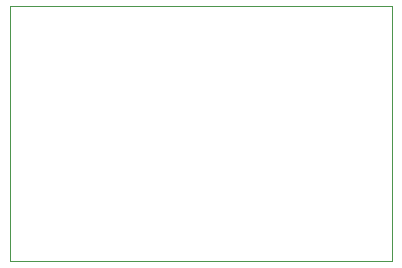
<source format=gbr>
%TF.GenerationSoftware,KiCad,Pcbnew,(5.1.8)-1*%
%TF.CreationDate,2020-12-30T23:34:54-06:00*%
%TF.ProjectId,Breakout_555,42726561-6b6f-4757-945f-3535352e6b69,rev?*%
%TF.SameCoordinates,Original*%
%TF.FileFunction,Profile,NP*%
%FSLAX46Y46*%
G04 Gerber Fmt 4.6, Leading zero omitted, Abs format (unit mm)*
G04 Created by KiCad (PCBNEW (5.1.8)-1) date 2020-12-30 23:34:54*
%MOMM*%
%LPD*%
G01*
G04 APERTURE LIST*
%TA.AperFunction,Profile*%
%ADD10C,0.050000*%
%TD*%
G04 APERTURE END LIST*
D10*
X144780000Y-80010000D02*
X112395000Y-80010000D01*
X144780000Y-101600000D02*
X144780000Y-80010000D01*
X112395000Y-101600000D02*
X144780000Y-101600000D01*
X112395000Y-80010000D02*
X112395000Y-101600000D01*
M02*

</source>
